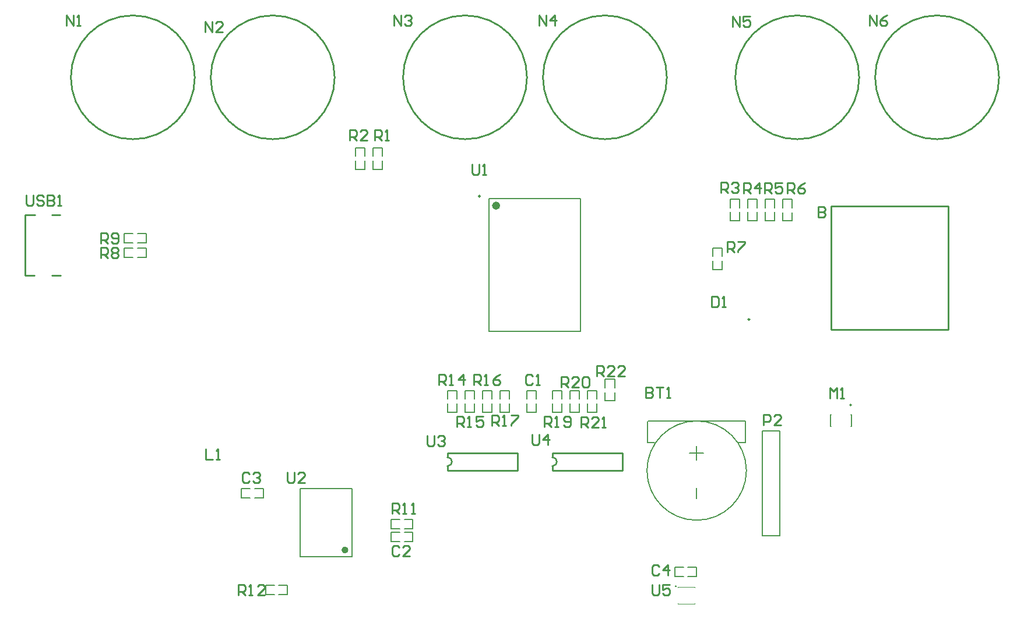
<source format=gto>
G04*
G04 #@! TF.GenerationSoftware,Altium Limited,Altium Designer,20.0.9 (164)*
G04*
G04 Layer_Color=65535*
%FSLAX25Y25*%
%MOIN*%
G70*
G01*
G75*
%ADD10C,0.01000*%
%ADD11C,0.00984*%
%ADD12C,0.00600*%
%ADD13C,0.00787*%
%ADD14C,0.01968*%
%ADD15C,0.02362*%
%ADD16C,0.00394*%
%ADD17C,0.00500*%
D10*
X265433Y140000D02*
G03*
X265433Y140000I-35433J0D01*
G01*
X185433D02*
G03*
X185433Y140000I-35433J0D01*
G01*
X75433D02*
G03*
X75433Y140000I-35433J0D01*
G01*
X-4567D02*
G03*
X-4567Y140000I-35433J0D01*
G01*
X-114567D02*
G03*
X-114567Y140000I-35433J0D01*
G01*
X-194567D02*
G03*
X-194567Y140000I-35433J0D01*
G01*
X80594Y-151284D02*
G03*
X80594Y-151284I-98J0D01*
G01*
X10000Y-82500D02*
G03*
X10000Y-77500I0J2500D01*
G01*
X-50000Y-82500D02*
G03*
X-50000Y-77500I0J2500D01*
G01*
X10000Y-85000D02*
X50000D01*
Y-75000D01*
X10000D02*
X50000D01*
X10000Y-77500D02*
Y-75000D01*
Y-85000D02*
Y-82500D01*
X-50000Y-85000D02*
X-10000D01*
Y-75000D01*
X-50000D02*
X-10000D01*
X-50000Y-77500D02*
Y-75000D01*
Y-85000D02*
Y-82500D01*
X169500Y-4500D02*
X236429D01*
Y66366D01*
X169500D02*
X236429D01*
X169500Y-4500D02*
Y66366D01*
X-291512Y26638D02*
Y61362D01*
Y61323D02*
X-286079D01*
X-291514Y26640D02*
X-286194D01*
X-276354Y61323D02*
X-271473D01*
X-276165Y26677D02*
X-271284D01*
X-291050Y72548D02*
Y67550D01*
X-290050Y66550D01*
X-288051D01*
X-287051Y67550D01*
Y72548D01*
X-281053Y71548D02*
X-282053Y72548D01*
X-284052D01*
X-285052Y71548D01*
Y70549D01*
X-284052Y69549D01*
X-282053D01*
X-281053Y68549D01*
Y67550D01*
X-282053Y66550D01*
X-284052D01*
X-285052Y67550D01*
X-279054Y72548D02*
Y66550D01*
X-276055D01*
X-275055Y67550D01*
Y68549D01*
X-276055Y69549D01*
X-279054D01*
X-276055D01*
X-275055Y70549D01*
Y71548D01*
X-276055Y72548D01*
X-279054D01*
X-273056Y66550D02*
X-271057D01*
X-272056D01*
Y72548D01*
X-273056Y71548D01*
X67002Y-150501D02*
Y-155499D01*
X68001Y-156499D01*
X70001D01*
X71000Y-155499D01*
Y-150501D01*
X76998D02*
X73000D01*
Y-153500D01*
X74999Y-152500D01*
X75999D01*
X76998Y-153500D01*
Y-155499D01*
X75999Y-156499D01*
X73999D01*
X73000Y-155499D01*
X-1498Y-64501D02*
Y-69499D01*
X-499Y-70499D01*
X1501D01*
X2500Y-69499D01*
Y-64501D01*
X7499Y-70499D02*
Y-64501D01*
X4500Y-67500D01*
X8498D01*
X-61498Y-65001D02*
Y-69999D01*
X-60499Y-70999D01*
X-58499D01*
X-57500Y-69999D01*
Y-65001D01*
X-55500Y-66001D02*
X-54501Y-65001D01*
X-52501D01*
X-51502Y-66001D01*
Y-67000D01*
X-52501Y-68000D01*
X-53501D01*
X-52501D01*
X-51502Y-69000D01*
Y-69999D01*
X-52501Y-70999D01*
X-54501D01*
X-55500Y-69999D01*
X-141700Y-86102D02*
Y-91100D01*
X-140700Y-92100D01*
X-138701D01*
X-137701Y-91100D01*
Y-86102D01*
X-131703Y-92100D02*
X-135702D01*
X-131703Y-88101D01*
Y-87102D01*
X-132703Y-86102D01*
X-134702D01*
X-135702Y-87102D01*
X-35900Y90198D02*
Y85200D01*
X-34900Y84200D01*
X-32901D01*
X-31901Y85200D01*
Y90198D01*
X-29902Y84200D02*
X-27903D01*
X-28902D01*
Y90198D01*
X-29902Y89198D01*
X35503Y-30999D02*
Y-25001D01*
X38502D01*
X39501Y-26001D01*
Y-28000D01*
X38502Y-29000D01*
X35503D01*
X37502D02*
X39501Y-30999D01*
X45499D02*
X41501D01*
X45499Y-27000D01*
Y-26001D01*
X44500Y-25001D01*
X42500D01*
X41501Y-26001D01*
X51497Y-30999D02*
X47499D01*
X51497Y-27000D01*
Y-26001D01*
X50498Y-25001D01*
X48498D01*
X47499Y-26001D01*
X26502Y-60499D02*
Y-54501D01*
X29501D01*
X30501Y-55501D01*
Y-57500D01*
X29501Y-58500D01*
X26502D01*
X28502D02*
X30501Y-60499D01*
X36499D02*
X32500D01*
X36499Y-56500D01*
Y-55501D01*
X35499Y-54501D01*
X33500D01*
X32500Y-55501D01*
X38498Y-60499D02*
X40498D01*
X39498D01*
Y-54501D01*
X38498Y-55501D01*
X15003Y-37499D02*
Y-31501D01*
X18002D01*
X19001Y-32501D01*
Y-34500D01*
X18002Y-35500D01*
X15003D01*
X17002D02*
X19001Y-37499D01*
X24999D02*
X21001D01*
X24999Y-33500D01*
Y-32501D01*
X24000Y-31501D01*
X22000D01*
X21001Y-32501D01*
X26999D02*
X27998Y-31501D01*
X29998D01*
X30997Y-32501D01*
Y-36499D01*
X29998Y-37499D01*
X27998D01*
X26999Y-36499D01*
Y-32501D01*
X5502Y-59999D02*
Y-54001D01*
X8501D01*
X9501Y-55001D01*
Y-57000D01*
X8501Y-58000D01*
X5502D01*
X7502D02*
X9501Y-59999D01*
X11501D02*
X13500D01*
X12500D01*
Y-54001D01*
X11501Y-55001D01*
X16499Y-58999D02*
X17499Y-59999D01*
X19498D01*
X20498Y-58999D01*
Y-55001D01*
X19498Y-54001D01*
X17499D01*
X16499Y-55001D01*
Y-56000D01*
X17499Y-57000D01*
X20498D01*
X-24498Y-59499D02*
Y-53501D01*
X-21498D01*
X-20499Y-54501D01*
Y-56500D01*
X-21498Y-57500D01*
X-24498D01*
X-22498D02*
X-20499Y-59499D01*
X-18499D02*
X-16500D01*
X-17500D01*
Y-53501D01*
X-18499Y-54501D01*
X-13501Y-53501D02*
X-9502D01*
Y-54501D01*
X-13501Y-58499D01*
Y-59499D01*
X-34998Y-35999D02*
Y-30001D01*
X-31999D01*
X-30999Y-31001D01*
Y-33000D01*
X-31999Y-34000D01*
X-34998D01*
X-32998D02*
X-30999Y-35999D01*
X-29000D02*
X-27000D01*
X-28000D01*
Y-30001D01*
X-29000Y-31001D01*
X-20002Y-30001D02*
X-22002Y-31001D01*
X-24001Y-33000D01*
Y-34999D01*
X-23001Y-35999D01*
X-21002D01*
X-20002Y-34999D01*
Y-34000D01*
X-21002Y-33000D01*
X-24001D01*
X-44498Y-59999D02*
Y-54001D01*
X-41499D01*
X-40499Y-55001D01*
Y-57000D01*
X-41499Y-58000D01*
X-44498D01*
X-42498D02*
X-40499Y-59999D01*
X-38500D02*
X-36500D01*
X-37500D01*
Y-54001D01*
X-38500Y-55001D01*
X-29502Y-54001D02*
X-33501D01*
Y-57000D01*
X-31502Y-56000D01*
X-30502D01*
X-29502Y-57000D01*
Y-58999D01*
X-30502Y-59999D01*
X-32501D01*
X-33501Y-58999D01*
X-54998Y-35999D02*
Y-30001D01*
X-51999D01*
X-50999Y-31001D01*
Y-33000D01*
X-51999Y-34000D01*
X-54998D01*
X-52998D02*
X-50999Y-35999D01*
X-49000D02*
X-47000D01*
X-48000D01*
Y-30001D01*
X-49000Y-31001D01*
X-41002Y-35999D02*
Y-30001D01*
X-44001Y-33000D01*
X-40002D01*
X-169498Y-156499D02*
Y-150501D01*
X-166498D01*
X-165499Y-151501D01*
Y-153500D01*
X-166498Y-154500D01*
X-169498D01*
X-167498D02*
X-165499Y-156499D01*
X-163499D02*
X-161500D01*
X-162500D01*
Y-150501D01*
X-163499Y-151501D01*
X-154502Y-156499D02*
X-158501D01*
X-154502Y-152500D01*
Y-151501D01*
X-155502Y-150501D01*
X-157501D01*
X-158501Y-151501D01*
X-81500Y-109600D02*
Y-103602D01*
X-78501D01*
X-77501Y-104602D01*
Y-106601D01*
X-78501Y-107601D01*
X-81500D01*
X-79501D02*
X-77501Y-109600D01*
X-75502D02*
X-73503D01*
X-74502D01*
Y-103602D01*
X-75502Y-104602D01*
X-70504Y-109600D02*
X-68504D01*
X-69504D01*
Y-103602D01*
X-70504Y-104602D01*
X-248152Y45101D02*
Y51099D01*
X-245153D01*
X-244153Y50099D01*
Y48100D01*
X-245153Y47100D01*
X-248152D01*
X-246153D02*
X-244153Y45101D01*
X-242154Y46101D02*
X-241154Y45101D01*
X-239155D01*
X-238155Y46101D01*
Y50099D01*
X-239155Y51099D01*
X-241154D01*
X-242154Y50099D01*
Y49100D01*
X-241154Y48100D01*
X-238155D01*
X-248152Y36601D02*
Y42599D01*
X-245153D01*
X-244153Y41599D01*
Y39600D01*
X-245153Y38600D01*
X-248152D01*
X-246153D02*
X-244153Y36601D01*
X-242154Y41599D02*
X-241154Y42599D01*
X-239155D01*
X-238155Y41599D01*
Y40600D01*
X-239155Y39600D01*
X-238155Y38600D01*
Y37601D01*
X-239155Y36601D01*
X-241154D01*
X-242154Y37601D01*
Y38600D01*
X-241154Y39600D01*
X-242154Y40600D01*
Y41599D01*
X-241154Y39600D02*
X-239155D01*
X110002Y40001D02*
Y45999D01*
X113001D01*
X114000Y44999D01*
Y43000D01*
X113001Y42000D01*
X110002D01*
X112001D02*
X114000Y40001D01*
X116000Y45999D02*
X119998D01*
Y44999D01*
X116000Y41001D01*
Y40001D01*
X144502Y73501D02*
Y79499D01*
X147501D01*
X148500Y78499D01*
Y76500D01*
X147501Y75500D01*
X144502D01*
X146501D02*
X148500Y73501D01*
X154498Y79499D02*
X152499Y78499D01*
X150500Y76500D01*
Y74501D01*
X151499Y73501D01*
X153499D01*
X154498Y74501D01*
Y75500D01*
X153499Y76500D01*
X150500D01*
X131502Y73501D02*
Y79499D01*
X134501D01*
X135500Y78499D01*
Y76500D01*
X134501Y75500D01*
X131502D01*
X133501D02*
X135500Y73501D01*
X141498Y79499D02*
X137500D01*
Y76500D01*
X139499Y77500D01*
X140499D01*
X141498Y76500D01*
Y74501D01*
X140499Y73501D01*
X138499D01*
X137500Y74501D01*
X119502Y73501D02*
Y79499D01*
X122501D01*
X123500Y78499D01*
Y76500D01*
X122501Y75500D01*
X119502D01*
X121501D02*
X123500Y73501D01*
X128499D02*
Y79499D01*
X125500Y76500D01*
X129498D01*
X106502Y74001D02*
Y79999D01*
X109501D01*
X110500Y78999D01*
Y77000D01*
X109501Y76000D01*
X106502D01*
X108501D02*
X110500Y74001D01*
X112500Y78999D02*
X113499Y79999D01*
X115499D01*
X116498Y78999D01*
Y78000D01*
X115499Y77000D01*
X114499D01*
X115499D01*
X116498Y76000D01*
Y75001D01*
X115499Y74001D01*
X113499D01*
X112500Y75001D01*
X-105998Y104001D02*
Y109999D01*
X-102999D01*
X-102000Y108999D01*
Y107000D01*
X-102999Y106000D01*
X-105998D01*
X-103999D02*
X-102000Y104001D01*
X-96002D02*
X-100000D01*
X-96002Y108000D01*
Y108999D01*
X-97001Y109999D01*
X-99001D01*
X-100000Y108999D01*
X-91499Y104001D02*
Y109999D01*
X-88500D01*
X-87500Y108999D01*
Y107000D01*
X-88500Y106000D01*
X-91499D01*
X-89499D02*
X-87500Y104001D01*
X-85501D02*
X-83501D01*
X-84501D01*
Y109999D01*
X-85501Y108999D01*
X130650Y-59150D02*
Y-53152D01*
X133649D01*
X134649Y-54152D01*
Y-56151D01*
X133649Y-57151D01*
X130650D01*
X140647Y-59150D02*
X136648D01*
X140647Y-55151D01*
Y-54152D01*
X139647Y-53152D01*
X137648D01*
X136648Y-54152D01*
X191502Y169501D02*
Y175499D01*
X195500Y169501D01*
Y175499D01*
X201498D02*
X199499Y174499D01*
X197500Y172500D01*
Y170501D01*
X198499Y169501D01*
X200499D01*
X201498Y170501D01*
Y171500D01*
X200499Y172500D01*
X197500D01*
X113002Y169001D02*
Y174999D01*
X117000Y169001D01*
Y174999D01*
X122998D02*
X119000D01*
Y172000D01*
X120999Y173000D01*
X121999D01*
X122998Y172000D01*
Y170001D01*
X121999Y169001D01*
X119999D01*
X119000Y170001D01*
X2502Y169501D02*
Y175499D01*
X6500Y169501D01*
Y175499D01*
X11499Y169501D02*
Y175499D01*
X8500Y172500D01*
X12498D01*
X-80498Y169501D02*
Y175499D01*
X-76500Y169501D01*
Y175499D01*
X-74500Y174499D02*
X-73501Y175499D01*
X-71501D01*
X-70502Y174499D01*
Y173500D01*
X-71501Y172500D01*
X-72501D01*
X-71501D01*
X-70502Y171500D01*
Y170501D01*
X-71501Y169501D01*
X-73501D01*
X-74500Y170501D01*
X-188498Y166001D02*
Y171999D01*
X-184500Y166001D01*
Y171999D01*
X-178502Y166001D02*
X-182500D01*
X-178502Y170000D01*
Y170999D01*
X-179501Y171999D01*
X-181501D01*
X-182500Y170999D01*
X-267999Y169501D02*
Y175499D01*
X-264000Y169501D01*
Y175499D01*
X-262001Y169501D02*
X-260001D01*
X-261001D01*
Y175499D01*
X-262001Y174499D01*
X168800Y-43700D02*
Y-37702D01*
X170799Y-39701D01*
X172799Y-37702D01*
Y-43700D01*
X174798D02*
X176797D01*
X175798D01*
Y-37702D01*
X174798Y-38702D01*
X-188400Y-72602D02*
Y-78600D01*
X-184401D01*
X-182402D02*
X-180403D01*
X-181402D01*
Y-72602D01*
X-182402Y-73602D01*
X101001Y14499D02*
Y8501D01*
X104000D01*
X105000Y9501D01*
Y13499D01*
X104000Y14499D01*
X101001D01*
X106999Y8501D02*
X108999D01*
X107999D01*
Y14499D01*
X106999Y13499D01*
X71000Y-140001D02*
X70001Y-139001D01*
X68001D01*
X67002Y-140001D01*
Y-143999D01*
X68001Y-144999D01*
X70001D01*
X71000Y-143999D01*
X75999Y-144999D02*
Y-139001D01*
X73000Y-142000D01*
X76998D01*
X-163155Y-87002D02*
X-164155Y-86002D01*
X-166154D01*
X-167154Y-87002D01*
Y-91000D01*
X-166154Y-92000D01*
X-164155D01*
X-163155Y-91000D01*
X-161155Y-87002D02*
X-160156Y-86002D01*
X-158157D01*
X-157157Y-87002D01*
Y-88001D01*
X-158157Y-89001D01*
X-159156D01*
X-158157D01*
X-157157Y-90001D01*
Y-91000D01*
X-158157Y-92000D01*
X-160156D01*
X-161155Y-91000D01*
X-77500Y-129001D02*
X-78499Y-128001D01*
X-80499D01*
X-81498Y-129001D01*
Y-132999D01*
X-80499Y-133999D01*
X-78499D01*
X-77500Y-132999D01*
X-71502Y-133999D02*
X-75500D01*
X-71502Y-130000D01*
Y-129001D01*
X-72501Y-128001D01*
X-74501D01*
X-75500Y-129001D01*
X-1400Y-31154D02*
X-2400Y-30154D01*
X-4399D01*
X-5399Y-31154D01*
Y-35153D01*
X-4399Y-36153D01*
X-2400D01*
X-1400Y-35153D01*
X599Y-36153D02*
X2599D01*
X1599D01*
Y-30154D01*
X599Y-31154D01*
X162050Y65848D02*
Y59850D01*
X165049D01*
X166049Y60850D01*
Y61849D01*
X165049Y62849D01*
X162050D01*
X165049D01*
X166049Y63849D01*
Y64848D01*
X165049Y65848D01*
X162050D01*
X63502Y-37501D02*
Y-43499D01*
X66501D01*
X67501Y-42499D01*
Y-41500D01*
X66501Y-40500D01*
X63502D01*
X66501D01*
X67501Y-39500D01*
Y-38501D01*
X66501Y-37501D01*
X63502D01*
X69500D02*
X73499D01*
X71500D01*
Y-43499D01*
X75498D02*
X77498D01*
X76498D01*
Y-37501D01*
X75498Y-38501D01*
D11*
X122819Y1500D02*
G03*
X122819Y1500I-492J0D01*
G01*
X-31299Y71969D02*
G03*
X-31299Y71969I-492J0D01*
G01*
D12*
X120925Y-85100D02*
G03*
X120925Y-85100I-28425J0D01*
G01*
X141800Y57800D02*
Y62700D01*
Y57800D02*
X147200D01*
Y62700D01*
X141800Y65200D02*
Y70200D01*
X147200D01*
Y65200D02*
Y70200D01*
X131800Y57954D02*
Y62853D01*
Y57954D02*
X137200D01*
Y62853D01*
X131800Y65354D02*
Y70354D01*
X137200D01*
Y65354D02*
Y70354D01*
X121800Y57954D02*
Y62853D01*
Y57954D02*
X127200D01*
Y62853D01*
X121800Y65354D02*
Y70354D01*
X127200D01*
Y65354D02*
Y70354D01*
X111800Y57954D02*
Y62853D01*
Y57954D02*
X117200D01*
Y62853D01*
X111800Y65354D02*
Y70354D01*
X117200D01*
Y65354D02*
Y70354D01*
X-87200Y94800D02*
Y99700D01*
X-92600D02*
X-87200D01*
X-92600Y94800D02*
Y99700D01*
X-87200Y87300D02*
Y92300D01*
X-92600Y87300D02*
X-87200D01*
X-92600D02*
Y92300D01*
X-97200Y94800D02*
Y99700D01*
X-102600D02*
X-97200D01*
X-102600Y94800D02*
Y99700D01*
X-97200Y87300D02*
Y92300D01*
X-102600Y87300D02*
X-97200D01*
X-102600D02*
Y92300D01*
X-82200Y-120400D02*
X-77200D01*
X-82200Y-125800D02*
Y-120400D01*
Y-125800D02*
X-77200D01*
X-74700Y-120400D02*
X-69800D01*
Y-125800D02*
Y-120400D01*
X-74700Y-125800D02*
X-69800D01*
X107200Y37453D02*
Y42353D01*
X101800D02*
X107200D01*
X101800Y37453D02*
Y42353D01*
X107200Y29954D02*
Y34953D01*
X101800Y29954D02*
X107200D01*
X101800D02*
Y34953D01*
X-4600Y-51700D02*
Y-46700D01*
Y-51700D02*
X800D01*
Y-46700D01*
X-4600Y-44200D02*
Y-39300D01*
X800D01*
Y-44200D02*
Y-39300D01*
X79953Y-140300D02*
X84953D01*
X79953Y-145700D02*
Y-140300D01*
Y-145700D02*
X84953D01*
X87454Y-140300D02*
X92353D01*
Y-145700D02*
Y-140300D01*
X87454Y-145700D02*
X92353D01*
X120075Y-56675D02*
X120500Y-57100D01*
X116500Y-69100D02*
X120500D01*
Y-57100D01*
X92500Y-56675D02*
X120075D01*
X64500Y-69100D02*
X68500D01*
X64500D02*
Y-57100D01*
X64925Y-56675D01*
X92500D01*
Y-101100D02*
Y-95100D01*
X88500Y-75100D02*
X96500D01*
X92500Y-79100D02*
Y-71100D01*
X-146546Y-156200D02*
X-141647D01*
Y-150800D01*
X-146546D02*
X-141647D01*
X-154046Y-156200D02*
X-149047D01*
X-154046D02*
Y-150800D01*
X-149047D01*
X45600Y-37800D02*
Y-32800D01*
X40200D02*
X45600D01*
X40200Y-37800D02*
Y-32800D01*
X45600Y-45200D02*
Y-40300D01*
X40200Y-45200D02*
X45600D01*
X40200D02*
Y-40300D01*
X29900Y-51700D02*
Y-46700D01*
Y-51700D02*
X35300D01*
Y-46700D01*
X29900Y-44200D02*
Y-39300D01*
X35300D01*
Y-44200D02*
Y-39300D01*
X19900Y-51700D02*
Y-46700D01*
Y-51700D02*
X25300D01*
Y-46700D01*
X19900Y-44200D02*
Y-39300D01*
X25300D01*
Y-44200D02*
Y-39300D01*
X9900Y-51700D02*
Y-46700D01*
Y-51700D02*
X15300D01*
Y-46700D01*
X9900Y-44200D02*
Y-39300D01*
X15300D01*
Y-44200D02*
Y-39300D01*
X-20100Y-51700D02*
Y-46700D01*
Y-51700D02*
X-14700D01*
Y-46700D01*
X-20100Y-44200D02*
Y-39300D01*
X-14700D01*
Y-44200D02*
Y-39300D01*
X-30100Y-51700D02*
Y-46700D01*
Y-51700D02*
X-24700D01*
Y-46700D01*
X-30100Y-44200D02*
Y-39300D01*
X-24700D01*
Y-44200D02*
Y-39300D01*
X-40100Y-51700D02*
Y-46700D01*
Y-51700D02*
X-34700D01*
Y-46700D01*
X-40100Y-44200D02*
Y-39300D01*
X-34700D01*
Y-44200D02*
Y-39300D01*
X-50100Y-51700D02*
Y-46700D01*
Y-51700D02*
X-44700D01*
Y-46700D01*
X-50100Y-44200D02*
Y-39300D01*
X-44700D01*
Y-44200D02*
Y-39300D01*
X-234854Y42200D02*
X-229854D01*
X-234854Y36800D02*
Y42200D01*
Y36800D02*
X-229854D01*
X-227354Y42200D02*
X-222453D01*
Y36800D02*
Y42200D01*
X-227354Y36800D02*
X-222453D01*
X-234854Y50700D02*
X-229854D01*
X-234854Y45300D02*
Y50700D01*
Y45300D02*
X-229854D01*
X-227354Y50700D02*
X-222453D01*
Y45300D02*
Y50700D01*
X-227354Y45300D02*
X-222453D01*
X-82200Y-112900D02*
X-77200D01*
X-82200Y-118300D02*
Y-112900D01*
Y-118300D02*
X-77200D01*
X-74700Y-112900D02*
X-69800D01*
Y-118300D02*
Y-112900D01*
X-74700Y-118300D02*
X-69800D01*
X-160354Y-100700D02*
X-155454D01*
Y-95300D01*
X-160354D02*
X-155454D01*
X-167853Y-100700D02*
X-162854D01*
X-167853D02*
Y-95300D01*
X-162854D01*
D13*
X181069Y-47642D02*
G03*
X181069Y-47642I-557J0D01*
G01*
X-134264Y-134488D02*
X-104736D01*
Y-95512D01*
X-134264Y-134488D02*
Y-95512D01*
X-104736D01*
X-26181Y-5492D02*
X26181D01*
X-26181Y70492D02*
X26181D01*
Y-5492D02*
Y70492D01*
X-26181Y-5492D02*
Y70492D01*
X130000Y-62500D02*
X140000D01*
Y-122500D02*
Y-62500D01*
X130000Y-122500D02*
Y-62500D01*
Y-122500D02*
X140000D01*
D14*
X-107689Y-130551D02*
G03*
X-107689Y-130551I-984J0D01*
G01*
D15*
X-21063Y66555D02*
G03*
X-21063Y66555I-1181J0D01*
G01*
D16*
X81579Y-151579D02*
X91421D01*
X81579Y-161421D02*
X91421D01*
Y-152071D02*
Y-151579D01*
X81579Y-152071D02*
Y-151579D01*
Y-161421D02*
Y-160929D01*
X91421Y-161421D02*
Y-160929D01*
D17*
X180709Y-53154D02*
X181102D01*
Y-59847D02*
Y-53154D01*
X180709Y-59847D02*
X181102D01*
X168898Y-53154D02*
X169291D01*
X168898Y-59847D02*
Y-53154D01*
Y-59847D02*
X169291D01*
M02*

</source>
